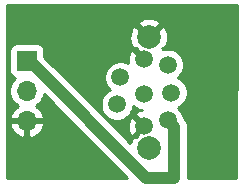
<source format=gbr>
%TF.GenerationSoftware,KiCad,Pcbnew,(5.1.9)-1*%
%TF.CreationDate,2021-04-04T18:40:27-05:00*%
%TF.ProjectId,S-video pcb breakout vertical,532d7669-6465-46f2-9070-636220627265,rev?*%
%TF.SameCoordinates,Original*%
%TF.FileFunction,Copper,L1,Top*%
%TF.FilePolarity,Positive*%
%FSLAX46Y46*%
G04 Gerber Fmt 4.6, Leading zero omitted, Abs format (unit mm)*
G04 Created by KiCad (PCBNEW (5.1.9)-1) date 2021-04-04 18:40:27*
%MOMM*%
%LPD*%
G01*
G04 APERTURE LIST*
%TA.AperFunction,ComponentPad*%
%ADD10C,2.000000*%
%TD*%
%TA.AperFunction,ComponentPad*%
%ADD11C,1.500000*%
%TD*%
%TA.AperFunction,ComponentPad*%
%ADD12O,1.700000X1.700000*%
%TD*%
%TA.AperFunction,ComponentPad*%
%ADD13R,1.700000X1.700000*%
%TD*%
%TA.AperFunction,Conductor*%
%ADD14C,1.000000*%
%TD*%
%TA.AperFunction,Conductor*%
%ADD15C,0.254000*%
%TD*%
%TA.AperFunction,Conductor*%
%ADD16C,0.100000*%
%TD*%
G04 APERTURE END LIST*
D10*
%TO.P,J1,MH2*%
%TO.N,/GND*%
X158820000Y-100800000D03*
%TO.P,J1,MH1*%
X158820000Y-110200000D03*
D11*
%TO.P,J1,8*%
%TO.N,/CHROMA*%
X160420000Y-103150000D03*
%TO.P,J1,7*%
%TO.N,Net-(J1-Pad7)*%
X160720000Y-105500000D03*
%TO.P,J1,6*%
%TO.N,/LUMA*%
X160420000Y-107850000D03*
%TO.P,J1,5*%
%TO.N,/GND*%
X158420000Y-102650000D03*
%TO.P,J1,4*%
%TO.N,Net-(J1-Pad4)*%
X158420000Y-105600000D03*
%TO.P,J1,3*%
%TO.N,/GND*%
X158420000Y-108350000D03*
%TO.P,J1,2*%
%TO.N,Net-(J1-Pad2)*%
X156420000Y-104200000D03*
%TO.P,J1,1*%
%TO.N,Net-(J1-Pad1)*%
X156120000Y-106500000D03*
%TD*%
D12*
%TO.P,J2,3*%
%TO.N,/GND*%
X148500000Y-107880000D03*
%TO.P,J2,2*%
%TO.N,/CHROMA*%
X148500000Y-105340000D03*
D13*
%TO.P,J2,1*%
%TO.N,/LUMA*%
X148500000Y-102800000D03*
%TD*%
D14*
%TO.N,/LUMA*%
X148500000Y-102800000D02*
X148730000Y-102800000D01*
X148730000Y-102800000D02*
X158620000Y-112690000D01*
X158620000Y-112690000D02*
X160980000Y-112690000D01*
X160980000Y-108410000D02*
X160420000Y-107850000D01*
X160980000Y-112690000D02*
X160980000Y-108410000D01*
%TD*%
D15*
%TO.N,/GND*%
X166240511Y-112690000D02*
X162120491Y-112690000D01*
X162115000Y-112634248D01*
X162115000Y-108465752D01*
X162120491Y-108410000D01*
X162098577Y-108187501D01*
X162033676Y-107973553D01*
X161967636Y-107850000D01*
X161928284Y-107776377D01*
X161786449Y-107603551D01*
X161782461Y-107600278D01*
X161751775Y-107446011D01*
X161647371Y-107193957D01*
X161495799Y-106967114D01*
X161302886Y-106774201D01*
X161287617Y-106763998D01*
X161376043Y-106727371D01*
X161602886Y-106575799D01*
X161795799Y-106382886D01*
X161947371Y-106156043D01*
X162051775Y-105903989D01*
X162105000Y-105636411D01*
X162105000Y-105363589D01*
X162051775Y-105096011D01*
X161947371Y-104843957D01*
X161795799Y-104617114D01*
X161602886Y-104424201D01*
X161376043Y-104272629D01*
X161287617Y-104236002D01*
X161302886Y-104225799D01*
X161495799Y-104032886D01*
X161647371Y-103806043D01*
X161751775Y-103553989D01*
X161805000Y-103286411D01*
X161805000Y-103013589D01*
X161751775Y-102746011D01*
X161647371Y-102493957D01*
X161495799Y-102267114D01*
X161302886Y-102074201D01*
X161076043Y-101922629D01*
X160823989Y-101818225D01*
X160556411Y-101765000D01*
X160283589Y-101765000D01*
X160017531Y-101817923D01*
X159955415Y-101755807D01*
X160219814Y-101660044D01*
X160360704Y-101370429D01*
X160442384Y-101058892D01*
X160461718Y-100737405D01*
X160417961Y-100418325D01*
X160312795Y-100113912D01*
X160219814Y-99939956D01*
X159955413Y-99844192D01*
X158999605Y-100800000D01*
X159013748Y-100814143D01*
X158834143Y-100993748D01*
X158820000Y-100979605D01*
X158530961Y-101268644D01*
X158347508Y-101260188D01*
X158150352Y-101290043D01*
X158640395Y-100800000D01*
X157684587Y-99844192D01*
X157420186Y-99939956D01*
X157279296Y-100229571D01*
X157197616Y-100541108D01*
X157178282Y-100862595D01*
X157222039Y-101181675D01*
X157327205Y-101486088D01*
X157420186Y-101660044D01*
X157684587Y-101755808D01*
X157695000Y-101745395D01*
X157874605Y-101925000D01*
X157864192Y-101935413D01*
X157959956Y-102199814D01*
X158249571Y-102340704D01*
X158304785Y-102355180D01*
X158420000Y-102470395D01*
X158434143Y-102456253D01*
X158613748Y-102635858D01*
X158599605Y-102650000D01*
X158613748Y-102664143D01*
X158434143Y-102843748D01*
X158420000Y-102829605D01*
X158405858Y-102843748D01*
X158226253Y-102664143D01*
X158240395Y-102650000D01*
X157463007Y-101872612D01*
X157224140Y-101938137D01*
X157108240Y-102185116D01*
X157042750Y-102449960D01*
X157030188Y-102722492D01*
X157067532Y-102969104D01*
X156823989Y-102868225D01*
X156556411Y-102815000D01*
X156283589Y-102815000D01*
X156016011Y-102868225D01*
X155763957Y-102972629D01*
X155537114Y-103124201D01*
X155344201Y-103317114D01*
X155192629Y-103543957D01*
X155088225Y-103796011D01*
X155035000Y-104063589D01*
X155035000Y-104336411D01*
X155088225Y-104603989D01*
X155192629Y-104856043D01*
X155344201Y-105082886D01*
X155513445Y-105252130D01*
X155463957Y-105272629D01*
X155237114Y-105424201D01*
X155044201Y-105617114D01*
X154892629Y-105843957D01*
X154788225Y-106096011D01*
X154735000Y-106363589D01*
X154735000Y-106636411D01*
X154788225Y-106903989D01*
X154892629Y-107156043D01*
X155044201Y-107382886D01*
X155237114Y-107575799D01*
X155463957Y-107727371D01*
X155716011Y-107831775D01*
X155983589Y-107885000D01*
X156256411Y-107885000D01*
X156523989Y-107831775D01*
X156776043Y-107727371D01*
X157002886Y-107575799D01*
X157195799Y-107382886D01*
X157347371Y-107156043D01*
X157451775Y-106903989D01*
X157503793Y-106642478D01*
X157537114Y-106675799D01*
X157763957Y-106827371D01*
X158016011Y-106931775D01*
X158240394Y-106976408D01*
X158077762Y-107001035D01*
X157821168Y-107093723D01*
X157708137Y-107154140D01*
X157642612Y-107393007D01*
X158420000Y-108170395D01*
X158434143Y-108156253D01*
X158613748Y-108335858D01*
X158599605Y-108350000D01*
X158613748Y-108364143D01*
X158434143Y-108543748D01*
X158420000Y-108529605D01*
X158299662Y-108649943D01*
X158133912Y-108707205D01*
X157959956Y-108800186D01*
X157864192Y-109064587D01*
X157874605Y-109075000D01*
X157695000Y-109254605D01*
X157684587Y-109244192D01*
X157420186Y-109339956D01*
X157279296Y-109629571D01*
X157255492Y-109720361D01*
X155957623Y-108422492D01*
X157030188Y-108422492D01*
X157071035Y-108692238D01*
X157163723Y-108948832D01*
X157224140Y-109061863D01*
X157463007Y-109127388D01*
X158240395Y-108350000D01*
X157463007Y-107572612D01*
X157224140Y-107638137D01*
X157108240Y-107885116D01*
X157042750Y-108149960D01*
X157030188Y-108422492D01*
X155957623Y-108422492D01*
X149988072Y-102452941D01*
X149988072Y-101950000D01*
X149975812Y-101825518D01*
X149939502Y-101705820D01*
X149880537Y-101595506D01*
X149801185Y-101498815D01*
X149704494Y-101419463D01*
X149594180Y-101360498D01*
X149474482Y-101324188D01*
X149350000Y-101311928D01*
X147650000Y-101311928D01*
X147525518Y-101324188D01*
X147405820Y-101360498D01*
X147295506Y-101419463D01*
X147198815Y-101498815D01*
X147119463Y-101595506D01*
X147060498Y-101705820D01*
X147024188Y-101825518D01*
X147011928Y-101950000D01*
X147011928Y-103650000D01*
X147024188Y-103774482D01*
X147060498Y-103894180D01*
X147119463Y-104004494D01*
X147198815Y-104101185D01*
X147295506Y-104180537D01*
X147405820Y-104239502D01*
X147478380Y-104261513D01*
X147346525Y-104393368D01*
X147184010Y-104636589D01*
X147072068Y-104906842D01*
X147015000Y-105193740D01*
X147015000Y-105486260D01*
X147072068Y-105773158D01*
X147184010Y-106043411D01*
X147346525Y-106286632D01*
X147553368Y-106493475D01*
X147735534Y-106615195D01*
X147618645Y-106684822D01*
X147402412Y-106879731D01*
X147228359Y-107113080D01*
X147103175Y-107375901D01*
X147058524Y-107523110D01*
X147179845Y-107753000D01*
X148373000Y-107753000D01*
X148373000Y-107733000D01*
X148627000Y-107733000D01*
X148627000Y-107753000D01*
X149820155Y-107753000D01*
X149941476Y-107523110D01*
X149896825Y-107375901D01*
X149771641Y-107113080D01*
X149597588Y-106879731D01*
X149381355Y-106684822D01*
X149264466Y-106615195D01*
X149446632Y-106493475D01*
X149653475Y-106286632D01*
X149815990Y-106043411D01*
X149927932Y-105773158D01*
X149956153Y-105631284D01*
X157014868Y-112690000D01*
X146840000Y-112690000D01*
X146840000Y-108236890D01*
X147058524Y-108236890D01*
X147103175Y-108384099D01*
X147228359Y-108646920D01*
X147402412Y-108880269D01*
X147618645Y-109075178D01*
X147868748Y-109224157D01*
X148143109Y-109321481D01*
X148373000Y-109200814D01*
X148373000Y-108007000D01*
X148627000Y-108007000D01*
X148627000Y-109200814D01*
X148856891Y-109321481D01*
X149131252Y-109224157D01*
X149381355Y-109075178D01*
X149597588Y-108880269D01*
X149771641Y-108646920D01*
X149896825Y-108384099D01*
X149941476Y-108236890D01*
X149820155Y-108007000D01*
X148627000Y-108007000D01*
X148373000Y-108007000D01*
X147179845Y-108007000D01*
X147058524Y-108236890D01*
X146840000Y-108236890D01*
X146840000Y-99664587D01*
X157864192Y-99664587D01*
X158820000Y-100620395D01*
X159775808Y-99664587D01*
X159680044Y-99400186D01*
X159390429Y-99259296D01*
X159078892Y-99177616D01*
X158757405Y-99158282D01*
X158438325Y-99202039D01*
X158133912Y-99307205D01*
X157959956Y-99400186D01*
X157864192Y-99664587D01*
X146840000Y-99664587D01*
X146840000Y-98110000D01*
X166249590Y-98110000D01*
X166240511Y-112690000D01*
%TA.AperFunction,Conductor*%
D16*
G36*
X166240511Y-112690000D02*
G01*
X162120491Y-112690000D01*
X162115000Y-112634248D01*
X162115000Y-108465752D01*
X162120491Y-108410000D01*
X162098577Y-108187501D01*
X162033676Y-107973553D01*
X161967636Y-107850000D01*
X161928284Y-107776377D01*
X161786449Y-107603551D01*
X161782461Y-107600278D01*
X161751775Y-107446011D01*
X161647371Y-107193957D01*
X161495799Y-106967114D01*
X161302886Y-106774201D01*
X161287617Y-106763998D01*
X161376043Y-106727371D01*
X161602886Y-106575799D01*
X161795799Y-106382886D01*
X161947371Y-106156043D01*
X162051775Y-105903989D01*
X162105000Y-105636411D01*
X162105000Y-105363589D01*
X162051775Y-105096011D01*
X161947371Y-104843957D01*
X161795799Y-104617114D01*
X161602886Y-104424201D01*
X161376043Y-104272629D01*
X161287617Y-104236002D01*
X161302886Y-104225799D01*
X161495799Y-104032886D01*
X161647371Y-103806043D01*
X161751775Y-103553989D01*
X161805000Y-103286411D01*
X161805000Y-103013589D01*
X161751775Y-102746011D01*
X161647371Y-102493957D01*
X161495799Y-102267114D01*
X161302886Y-102074201D01*
X161076043Y-101922629D01*
X160823989Y-101818225D01*
X160556411Y-101765000D01*
X160283589Y-101765000D01*
X160017531Y-101817923D01*
X159955415Y-101755807D01*
X160219814Y-101660044D01*
X160360704Y-101370429D01*
X160442384Y-101058892D01*
X160461718Y-100737405D01*
X160417961Y-100418325D01*
X160312795Y-100113912D01*
X160219814Y-99939956D01*
X159955413Y-99844192D01*
X158999605Y-100800000D01*
X159013748Y-100814143D01*
X158834143Y-100993748D01*
X158820000Y-100979605D01*
X158530961Y-101268644D01*
X158347508Y-101260188D01*
X158150352Y-101290043D01*
X158640395Y-100800000D01*
X157684587Y-99844192D01*
X157420186Y-99939956D01*
X157279296Y-100229571D01*
X157197616Y-100541108D01*
X157178282Y-100862595D01*
X157222039Y-101181675D01*
X157327205Y-101486088D01*
X157420186Y-101660044D01*
X157684587Y-101755808D01*
X157695000Y-101745395D01*
X157874605Y-101925000D01*
X157864192Y-101935413D01*
X157959956Y-102199814D01*
X158249571Y-102340704D01*
X158304785Y-102355180D01*
X158420000Y-102470395D01*
X158434143Y-102456253D01*
X158613748Y-102635858D01*
X158599605Y-102650000D01*
X158613748Y-102664143D01*
X158434143Y-102843748D01*
X158420000Y-102829605D01*
X158405858Y-102843748D01*
X158226253Y-102664143D01*
X158240395Y-102650000D01*
X157463007Y-101872612D01*
X157224140Y-101938137D01*
X157108240Y-102185116D01*
X157042750Y-102449960D01*
X157030188Y-102722492D01*
X157067532Y-102969104D01*
X156823989Y-102868225D01*
X156556411Y-102815000D01*
X156283589Y-102815000D01*
X156016011Y-102868225D01*
X155763957Y-102972629D01*
X155537114Y-103124201D01*
X155344201Y-103317114D01*
X155192629Y-103543957D01*
X155088225Y-103796011D01*
X155035000Y-104063589D01*
X155035000Y-104336411D01*
X155088225Y-104603989D01*
X155192629Y-104856043D01*
X155344201Y-105082886D01*
X155513445Y-105252130D01*
X155463957Y-105272629D01*
X155237114Y-105424201D01*
X155044201Y-105617114D01*
X154892629Y-105843957D01*
X154788225Y-106096011D01*
X154735000Y-106363589D01*
X154735000Y-106636411D01*
X154788225Y-106903989D01*
X154892629Y-107156043D01*
X155044201Y-107382886D01*
X155237114Y-107575799D01*
X155463957Y-107727371D01*
X155716011Y-107831775D01*
X155983589Y-107885000D01*
X156256411Y-107885000D01*
X156523989Y-107831775D01*
X156776043Y-107727371D01*
X157002886Y-107575799D01*
X157195799Y-107382886D01*
X157347371Y-107156043D01*
X157451775Y-106903989D01*
X157503793Y-106642478D01*
X157537114Y-106675799D01*
X157763957Y-106827371D01*
X158016011Y-106931775D01*
X158240394Y-106976408D01*
X158077762Y-107001035D01*
X157821168Y-107093723D01*
X157708137Y-107154140D01*
X157642612Y-107393007D01*
X158420000Y-108170395D01*
X158434143Y-108156253D01*
X158613748Y-108335858D01*
X158599605Y-108350000D01*
X158613748Y-108364143D01*
X158434143Y-108543748D01*
X158420000Y-108529605D01*
X158299662Y-108649943D01*
X158133912Y-108707205D01*
X157959956Y-108800186D01*
X157864192Y-109064587D01*
X157874605Y-109075000D01*
X157695000Y-109254605D01*
X157684587Y-109244192D01*
X157420186Y-109339956D01*
X157279296Y-109629571D01*
X157255492Y-109720361D01*
X155957623Y-108422492D01*
X157030188Y-108422492D01*
X157071035Y-108692238D01*
X157163723Y-108948832D01*
X157224140Y-109061863D01*
X157463007Y-109127388D01*
X158240395Y-108350000D01*
X157463007Y-107572612D01*
X157224140Y-107638137D01*
X157108240Y-107885116D01*
X157042750Y-108149960D01*
X157030188Y-108422492D01*
X155957623Y-108422492D01*
X149988072Y-102452941D01*
X149988072Y-101950000D01*
X149975812Y-101825518D01*
X149939502Y-101705820D01*
X149880537Y-101595506D01*
X149801185Y-101498815D01*
X149704494Y-101419463D01*
X149594180Y-101360498D01*
X149474482Y-101324188D01*
X149350000Y-101311928D01*
X147650000Y-101311928D01*
X147525518Y-101324188D01*
X147405820Y-101360498D01*
X147295506Y-101419463D01*
X147198815Y-101498815D01*
X147119463Y-101595506D01*
X147060498Y-101705820D01*
X147024188Y-101825518D01*
X147011928Y-101950000D01*
X147011928Y-103650000D01*
X147024188Y-103774482D01*
X147060498Y-103894180D01*
X147119463Y-104004494D01*
X147198815Y-104101185D01*
X147295506Y-104180537D01*
X147405820Y-104239502D01*
X147478380Y-104261513D01*
X147346525Y-104393368D01*
X147184010Y-104636589D01*
X147072068Y-104906842D01*
X147015000Y-105193740D01*
X147015000Y-105486260D01*
X147072068Y-105773158D01*
X147184010Y-106043411D01*
X147346525Y-106286632D01*
X147553368Y-106493475D01*
X147735534Y-106615195D01*
X147618645Y-106684822D01*
X147402412Y-106879731D01*
X147228359Y-107113080D01*
X147103175Y-107375901D01*
X147058524Y-107523110D01*
X147179845Y-107753000D01*
X148373000Y-107753000D01*
X148373000Y-107733000D01*
X148627000Y-107733000D01*
X148627000Y-107753000D01*
X149820155Y-107753000D01*
X149941476Y-107523110D01*
X149896825Y-107375901D01*
X149771641Y-107113080D01*
X149597588Y-106879731D01*
X149381355Y-106684822D01*
X149264466Y-106615195D01*
X149446632Y-106493475D01*
X149653475Y-106286632D01*
X149815990Y-106043411D01*
X149927932Y-105773158D01*
X149956153Y-105631284D01*
X157014868Y-112690000D01*
X146840000Y-112690000D01*
X146840000Y-108236890D01*
X147058524Y-108236890D01*
X147103175Y-108384099D01*
X147228359Y-108646920D01*
X147402412Y-108880269D01*
X147618645Y-109075178D01*
X147868748Y-109224157D01*
X148143109Y-109321481D01*
X148373000Y-109200814D01*
X148373000Y-108007000D01*
X148627000Y-108007000D01*
X148627000Y-109200814D01*
X148856891Y-109321481D01*
X149131252Y-109224157D01*
X149381355Y-109075178D01*
X149597588Y-108880269D01*
X149771641Y-108646920D01*
X149896825Y-108384099D01*
X149941476Y-108236890D01*
X149820155Y-108007000D01*
X148627000Y-108007000D01*
X148373000Y-108007000D01*
X147179845Y-108007000D01*
X147058524Y-108236890D01*
X146840000Y-108236890D01*
X146840000Y-99664587D01*
X157864192Y-99664587D01*
X158820000Y-100620395D01*
X159775808Y-99664587D01*
X159680044Y-99400186D01*
X159390429Y-99259296D01*
X159078892Y-99177616D01*
X158757405Y-99158282D01*
X158438325Y-99202039D01*
X158133912Y-99307205D01*
X157959956Y-99400186D01*
X157864192Y-99664587D01*
X146840000Y-99664587D01*
X146840000Y-98110000D01*
X166249590Y-98110000D01*
X166240511Y-112690000D01*
G37*
%TD.AperFunction*%
D15*
X158219960Y-109727250D02*
X158492492Y-109739812D01*
X158533246Y-109733641D01*
X158820000Y-110020395D01*
X158834143Y-110006253D01*
X159013748Y-110185858D01*
X158999605Y-110200000D01*
X159013748Y-110214143D01*
X158834143Y-110393748D01*
X158820000Y-110379605D01*
X158805858Y-110393748D01*
X158626253Y-110214143D01*
X158640395Y-110200000D01*
X158150459Y-109710064D01*
X158219960Y-109727250D01*
%TA.AperFunction,Conductor*%
D16*
G36*
X158219960Y-109727250D02*
G01*
X158492492Y-109739812D01*
X158533246Y-109733641D01*
X158820000Y-110020395D01*
X158834143Y-110006253D01*
X159013748Y-110185858D01*
X158999605Y-110200000D01*
X159013748Y-110214143D01*
X158834143Y-110393748D01*
X158820000Y-110379605D01*
X158805858Y-110393748D01*
X158626253Y-110214143D01*
X158640395Y-110200000D01*
X158150459Y-109710064D01*
X158219960Y-109727250D01*
G37*
%TD.AperFunction*%
%TD*%
M02*

</source>
